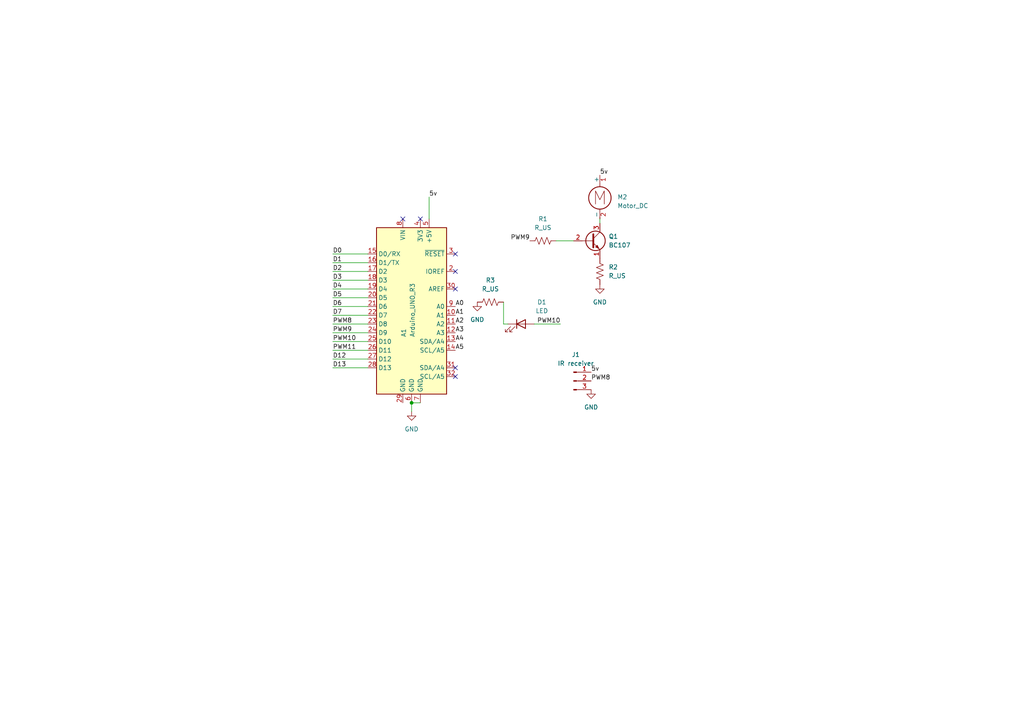
<source format=kicad_sch>
(kicad_sch
	(version 20250114)
	(generator "eeschema")
	(generator_version "9.0")
	(uuid "45faa4b6-6e0b-40c5-add5-d856cae8e335")
	(paper "A4")
	(lib_symbols
		(symbol "Connector:Conn_01x03_Pin"
			(pin_names
				(offset 1.016)
				(hide yes)
			)
			(exclude_from_sim no)
			(in_bom yes)
			(on_board yes)
			(property "Reference" "J"
				(at 0 5.08 0)
				(effects
					(font
						(size 1.27 1.27)
					)
				)
			)
			(property "Value" "Conn_01x03_Pin"
				(at 0 -5.08 0)
				(effects
					(font
						(size 1.27 1.27)
					)
				)
			)
			(property "Footprint" ""
				(at 0 0 0)
				(effects
					(font
						(size 1.27 1.27)
					)
					(hide yes)
				)
			)
			(property "Datasheet" "~"
				(at 0 0 0)
				(effects
					(font
						(size 1.27 1.27)
					)
					(hide yes)
				)
			)
			(property "Description" "Generic connector, single row, 01x03, script generated"
				(at 0 0 0)
				(effects
					(font
						(size 1.27 1.27)
					)
					(hide yes)
				)
			)
			(property "ki_locked" ""
				(at 0 0 0)
				(effects
					(font
						(size 1.27 1.27)
					)
				)
			)
			(property "ki_keywords" "connector"
				(at 0 0 0)
				(effects
					(font
						(size 1.27 1.27)
					)
					(hide yes)
				)
			)
			(property "ki_fp_filters" "Connector*:*_1x??_*"
				(at 0 0 0)
				(effects
					(font
						(size 1.27 1.27)
					)
					(hide yes)
				)
			)
			(symbol "Conn_01x03_Pin_1_1"
				(rectangle
					(start 0.8636 2.667)
					(end 0 2.413)
					(stroke
						(width 0.1524)
						(type default)
					)
					(fill
						(type outline)
					)
				)
				(rectangle
					(start 0.8636 0.127)
					(end 0 -0.127)
					(stroke
						(width 0.1524)
						(type default)
					)
					(fill
						(type outline)
					)
				)
				(rectangle
					(start 0.8636 -2.413)
					(end 0 -2.667)
					(stroke
						(width 0.1524)
						(type default)
					)
					(fill
						(type outline)
					)
				)
				(polyline
					(pts
						(xy 1.27 2.54) (xy 0.8636 2.54)
					)
					(stroke
						(width 0.1524)
						(type default)
					)
					(fill
						(type none)
					)
				)
				(polyline
					(pts
						(xy 1.27 0) (xy 0.8636 0)
					)
					(stroke
						(width 0.1524)
						(type default)
					)
					(fill
						(type none)
					)
				)
				(polyline
					(pts
						(xy 1.27 -2.54) (xy 0.8636 -2.54)
					)
					(stroke
						(width 0.1524)
						(type default)
					)
					(fill
						(type none)
					)
				)
				(pin passive line
					(at 5.08 2.54 180)
					(length 3.81)
					(name "Pin_1"
						(effects
							(font
								(size 1.27 1.27)
							)
						)
					)
					(number "1"
						(effects
							(font
								(size 1.27 1.27)
							)
						)
					)
				)
				(pin passive line
					(at 5.08 0 180)
					(length 3.81)
					(name "Pin_2"
						(effects
							(font
								(size 1.27 1.27)
							)
						)
					)
					(number "2"
						(effects
							(font
								(size 1.27 1.27)
							)
						)
					)
				)
				(pin passive line
					(at 5.08 -2.54 180)
					(length 3.81)
					(name "Pin_3"
						(effects
							(font
								(size 1.27 1.27)
							)
						)
					)
					(number "3"
						(effects
							(font
								(size 1.27 1.27)
							)
						)
					)
				)
			)
			(embedded_fonts no)
		)
		(symbol "Device:LED"
			(pin_numbers
				(hide yes)
			)
			(pin_names
				(offset 1.016)
				(hide yes)
			)
			(exclude_from_sim no)
			(in_bom yes)
			(on_board yes)
			(property "Reference" "D"
				(at 0 2.54 0)
				(effects
					(font
						(size 1.27 1.27)
					)
				)
			)
			(property "Value" "LED"
				(at 0 -2.54 0)
				(effects
					(font
						(size 1.27 1.27)
					)
				)
			)
			(property "Footprint" ""
				(at 0 0 0)
				(effects
					(font
						(size 1.27 1.27)
					)
					(hide yes)
				)
			)
			(property "Datasheet" "~"
				(at 0 0 0)
				(effects
					(font
						(size 1.27 1.27)
					)
					(hide yes)
				)
			)
			(property "Description" "Light emitting diode"
				(at 0 0 0)
				(effects
					(font
						(size 1.27 1.27)
					)
					(hide yes)
				)
			)
			(property "Sim.Pins" "1=K 2=A"
				(at 0 0 0)
				(effects
					(font
						(size 1.27 1.27)
					)
					(hide yes)
				)
			)
			(property "ki_keywords" "LED diode"
				(at 0 0 0)
				(effects
					(font
						(size 1.27 1.27)
					)
					(hide yes)
				)
			)
			(property "ki_fp_filters" "LED* LED_SMD:* LED_THT:*"
				(at 0 0 0)
				(effects
					(font
						(size 1.27 1.27)
					)
					(hide yes)
				)
			)
			(symbol "LED_0_1"
				(polyline
					(pts
						(xy -3.048 -0.762) (xy -4.572 -2.286) (xy -3.81 -2.286) (xy -4.572 -2.286) (xy -4.572 -1.524)
					)
					(stroke
						(width 0)
						(type default)
					)
					(fill
						(type none)
					)
				)
				(polyline
					(pts
						(xy -1.778 -0.762) (xy -3.302 -2.286) (xy -2.54 -2.286) (xy -3.302 -2.286) (xy -3.302 -1.524)
					)
					(stroke
						(width 0)
						(type default)
					)
					(fill
						(type none)
					)
				)
				(polyline
					(pts
						(xy -1.27 0) (xy 1.27 0)
					)
					(stroke
						(width 0)
						(type default)
					)
					(fill
						(type none)
					)
				)
				(polyline
					(pts
						(xy -1.27 -1.27) (xy -1.27 1.27)
					)
					(stroke
						(width 0.254)
						(type default)
					)
					(fill
						(type none)
					)
				)
				(polyline
					(pts
						(xy 1.27 -1.27) (xy 1.27 1.27) (xy -1.27 0) (xy 1.27 -1.27)
					)
					(stroke
						(width 0.254)
						(type default)
					)
					(fill
						(type none)
					)
				)
			)
			(symbol "LED_1_1"
				(pin passive line
					(at -3.81 0 0)
					(length 2.54)
					(name "K"
						(effects
							(font
								(size 1.27 1.27)
							)
						)
					)
					(number "1"
						(effects
							(font
								(size 1.27 1.27)
							)
						)
					)
				)
				(pin passive line
					(at 3.81 0 180)
					(length 2.54)
					(name "A"
						(effects
							(font
								(size 1.27 1.27)
							)
						)
					)
					(number "2"
						(effects
							(font
								(size 1.27 1.27)
							)
						)
					)
				)
			)
			(embedded_fonts no)
		)
		(symbol "Device:R_US"
			(pin_numbers
				(hide yes)
			)
			(pin_names
				(offset 0)
			)
			(exclude_from_sim no)
			(in_bom yes)
			(on_board yes)
			(property "Reference" "R"
				(at 2.54 0 90)
				(effects
					(font
						(size 1.27 1.27)
					)
				)
			)
			(property "Value" "R_US"
				(at -2.54 0 90)
				(effects
					(font
						(size 1.27 1.27)
					)
				)
			)
			(property "Footprint" ""
				(at 1.016 -0.254 90)
				(effects
					(font
						(size 1.27 1.27)
					)
					(hide yes)
				)
			)
			(property "Datasheet" "~"
				(at 0 0 0)
				(effects
					(font
						(size 1.27 1.27)
					)
					(hide yes)
				)
			)
			(property "Description" "Resistor, US symbol"
				(at 0 0 0)
				(effects
					(font
						(size 1.27 1.27)
					)
					(hide yes)
				)
			)
			(property "ki_keywords" "R res resistor"
				(at 0 0 0)
				(effects
					(font
						(size 1.27 1.27)
					)
					(hide yes)
				)
			)
			(property "ki_fp_filters" "R_*"
				(at 0 0 0)
				(effects
					(font
						(size 1.27 1.27)
					)
					(hide yes)
				)
			)
			(symbol "R_US_0_1"
				(polyline
					(pts
						(xy 0 2.286) (xy 0 2.54)
					)
					(stroke
						(width 0)
						(type default)
					)
					(fill
						(type none)
					)
				)
				(polyline
					(pts
						(xy 0 2.286) (xy 1.016 1.905) (xy 0 1.524) (xy -1.016 1.143) (xy 0 0.762)
					)
					(stroke
						(width 0)
						(type default)
					)
					(fill
						(type none)
					)
				)
				(polyline
					(pts
						(xy 0 0.762) (xy 1.016 0.381) (xy 0 0) (xy -1.016 -0.381) (xy 0 -0.762)
					)
					(stroke
						(width 0)
						(type default)
					)
					(fill
						(type none)
					)
				)
				(polyline
					(pts
						(xy 0 -0.762) (xy 1.016 -1.143) (xy 0 -1.524) (xy -1.016 -1.905) (xy 0 -2.286)
					)
					(stroke
						(width 0)
						(type default)
					)
					(fill
						(type none)
					)
				)
				(polyline
					(pts
						(xy 0 -2.286) (xy 0 -2.54)
					)
					(stroke
						(width 0)
						(type default)
					)
					(fill
						(type none)
					)
				)
			)
			(symbol "R_US_1_1"
				(pin passive line
					(at 0 3.81 270)
					(length 1.27)
					(name "~"
						(effects
							(font
								(size 1.27 1.27)
							)
						)
					)
					(number "1"
						(effects
							(font
								(size 1.27 1.27)
							)
						)
					)
				)
				(pin passive line
					(at 0 -3.81 90)
					(length 1.27)
					(name "~"
						(effects
							(font
								(size 1.27 1.27)
							)
						)
					)
					(number "2"
						(effects
							(font
								(size 1.27 1.27)
							)
						)
					)
				)
			)
			(embedded_fonts no)
		)
		(symbol "MCU_Module:Arduino_UNO_R3"
			(exclude_from_sim no)
			(in_bom yes)
			(on_board yes)
			(property "Reference" "A"
				(at -10.16 23.495 0)
				(effects
					(font
						(size 1.27 1.27)
					)
					(justify left bottom)
				)
			)
			(property "Value" "Arduino_UNO_R3"
				(at 5.08 -26.67 0)
				(effects
					(font
						(size 1.27 1.27)
					)
					(justify left top)
				)
			)
			(property "Footprint" "Module:Arduino_UNO_R3"
				(at 0 0 0)
				(effects
					(font
						(size 1.27 1.27)
						(italic yes)
					)
					(hide yes)
				)
			)
			(property "Datasheet" "https://www.arduino.cc/en/Main/arduinoBoardUno"
				(at 0 0 0)
				(effects
					(font
						(size 1.27 1.27)
					)
					(hide yes)
				)
			)
			(property "Description" "Arduino UNO Microcontroller Module, release 3"
				(at 0 0 0)
				(effects
					(font
						(size 1.27 1.27)
					)
					(hide yes)
				)
			)
			(property "ki_keywords" "Arduino UNO R3 Microcontroller Module Atmel AVR USB"
				(at 0 0 0)
				(effects
					(font
						(size 1.27 1.27)
					)
					(hide yes)
				)
			)
			(property "ki_fp_filters" "Arduino*UNO*R3*"
				(at 0 0 0)
				(effects
					(font
						(size 1.27 1.27)
					)
					(hide yes)
				)
			)
			(symbol "Arduino_UNO_R3_0_1"
				(rectangle
					(start -10.16 22.86)
					(end 10.16 -25.4)
					(stroke
						(width 0.254)
						(type default)
					)
					(fill
						(type background)
					)
				)
			)
			(symbol "Arduino_UNO_R3_1_1"
				(pin bidirectional line
					(at -12.7 15.24 0)
					(length 2.54)
					(name "D0/RX"
						(effects
							(font
								(size 1.27 1.27)
							)
						)
					)
					(number "15"
						(effects
							(font
								(size 1.27 1.27)
							)
						)
					)
				)
				(pin bidirectional line
					(at -12.7 12.7 0)
					(length 2.54)
					(name "D1/TX"
						(effects
							(font
								(size 1.27 1.27)
							)
						)
					)
					(number "16"
						(effects
							(font
								(size 1.27 1.27)
							)
						)
					)
				)
				(pin bidirectional line
					(at -12.7 10.16 0)
					(length 2.54)
					(name "D2"
						(effects
							(font
								(size 1.27 1.27)
							)
						)
					)
					(number "17"
						(effects
							(font
								(size 1.27 1.27)
							)
						)
					)
				)
				(pin bidirectional line
					(at -12.7 7.62 0)
					(length 2.54)
					(name "D3"
						(effects
							(font
								(size 1.27 1.27)
							)
						)
					)
					(number "18"
						(effects
							(font
								(size 1.27 1.27)
							)
						)
					)
				)
				(pin bidirectional line
					(at -12.7 5.08 0)
					(length 2.54)
					(name "D4"
						(effects
							(font
								(size 1.27 1.27)
							)
						)
					)
					(number "19"
						(effects
							(font
								(size 1.27 1.27)
							)
						)
					)
				)
				(pin bidirectional line
					(at -12.7 2.54 0)
					(length 2.54)
					(name "D5"
						(effects
							(font
								(size 1.27 1.27)
							)
						)
					)
					(number "20"
						(effects
							(font
								(size 1.27 1.27)
							)
						)
					)
				)
				(pin bidirectional line
					(at -12.7 0 0)
					(length 2.54)
					(name "D6"
						(effects
							(font
								(size 1.27 1.27)
							)
						)
					)
					(number "21"
						(effects
							(font
								(size 1.27 1.27)
							)
						)
					)
				)
				(pin bidirectional line
					(at -12.7 -2.54 0)
					(length 2.54)
					(name "D7"
						(effects
							(font
								(size 1.27 1.27)
							)
						)
					)
					(number "22"
						(effects
							(font
								(size 1.27 1.27)
							)
						)
					)
				)
				(pin bidirectional line
					(at -12.7 -5.08 0)
					(length 2.54)
					(name "D8"
						(effects
							(font
								(size 1.27 1.27)
							)
						)
					)
					(number "23"
						(effects
							(font
								(size 1.27 1.27)
							)
						)
					)
				)
				(pin bidirectional line
					(at -12.7 -7.62 0)
					(length 2.54)
					(name "D9"
						(effects
							(font
								(size 1.27 1.27)
							)
						)
					)
					(number "24"
						(effects
							(font
								(size 1.27 1.27)
							)
						)
					)
				)
				(pin bidirectional line
					(at -12.7 -10.16 0)
					(length 2.54)
					(name "D10"
						(effects
							(font
								(size 1.27 1.27)
							)
						)
					)
					(number "25"
						(effects
							(font
								(size 1.27 1.27)
							)
						)
					)
				)
				(pin bidirectional line
					(at -12.7 -12.7 0)
					(length 2.54)
					(name "D11"
						(effects
							(font
								(size 1.27 1.27)
							)
						)
					)
					(number "26"
						(effects
							(font
								(size 1.27 1.27)
							)
						)
					)
				)
				(pin bidirectional line
					(at -12.7 -15.24 0)
					(length 2.54)
					(name "D12"
						(effects
							(font
								(size 1.27 1.27)
							)
						)
					)
					(number "27"
						(effects
							(font
								(size 1.27 1.27)
							)
						)
					)
				)
				(pin bidirectional line
					(at -12.7 -17.78 0)
					(length 2.54)
					(name "D13"
						(effects
							(font
								(size 1.27 1.27)
							)
						)
					)
					(number "28"
						(effects
							(font
								(size 1.27 1.27)
							)
						)
					)
				)
				(pin no_connect line
					(at -10.16 -20.32 0)
					(length 2.54)
					(hide yes)
					(name "NC"
						(effects
							(font
								(size 1.27 1.27)
							)
						)
					)
					(number "1"
						(effects
							(font
								(size 1.27 1.27)
							)
						)
					)
				)
				(pin power_in line
					(at -2.54 25.4 270)
					(length 2.54)
					(name "VIN"
						(effects
							(font
								(size 1.27 1.27)
							)
						)
					)
					(number "8"
						(effects
							(font
								(size 1.27 1.27)
							)
						)
					)
				)
				(pin power_in line
					(at -2.54 -27.94 90)
					(length 2.54)
					(name "GND"
						(effects
							(font
								(size 1.27 1.27)
							)
						)
					)
					(number "29"
						(effects
							(font
								(size 1.27 1.27)
							)
						)
					)
				)
				(pin power_in line
					(at 0 -27.94 90)
					(length 2.54)
					(name "GND"
						(effects
							(font
								(size 1.27 1.27)
							)
						)
					)
					(number "6"
						(effects
							(font
								(size 1.27 1.27)
							)
						)
					)
				)
				(pin power_out line
					(at 2.54 25.4 270)
					(length 2.54)
					(name "3V3"
						(effects
							(font
								(size 1.27 1.27)
							)
						)
					)
					(number "4"
						(effects
							(font
								(size 1.27 1.27)
							)
						)
					)
				)
				(pin power_in line
					(at 2.54 -27.94 90)
					(length 2.54)
					(name "GND"
						(effects
							(font
								(size 1.27 1.27)
							)
						)
					)
					(number "7"
						(effects
							(font
								(size 1.27 1.27)
							)
						)
					)
				)
				(pin power_out line
					(at 5.08 25.4 270)
					(length 2.54)
					(name "+5V"
						(effects
							(font
								(size 1.27 1.27)
							)
						)
					)
					(number "5"
						(effects
							(font
								(size 1.27 1.27)
							)
						)
					)
				)
				(pin input line
					(at 12.7 15.24 180)
					(length 2.54)
					(name "~{RESET}"
						(effects
							(font
								(size 1.27 1.27)
							)
						)
					)
					(number "3"
						(effects
							(font
								(size 1.27 1.27)
							)
						)
					)
				)
				(pin output line
					(at 12.7 10.16 180)
					(length 2.54)
					(name "IOREF"
						(effects
							(font
								(size 1.27 1.27)
							)
						)
					)
					(number "2"
						(effects
							(font
								(size 1.27 1.27)
							)
						)
					)
				)
				(pin input line
					(at 12.7 5.08 180)
					(length 2.54)
					(name "AREF"
						(effects
							(font
								(size 1.27 1.27)
							)
						)
					)
					(number "30"
						(effects
							(font
								(size 1.27 1.27)
							)
						)
					)
				)
				(pin bidirectional line
					(at 12.7 0 180)
					(length 2.54)
					(name "A0"
						(effects
							(font
								(size 1.27 1.27)
							)
						)
					)
					(number "9"
						(effects
							(font
								(size 1.27 1.27)
							)
						)
					)
				)
				(pin bidirectional line
					(at 12.7 -2.54 180)
					(length 2.54)
					(name "A1"
						(effects
							(font
								(size 1.27 1.27)
							)
						)
					)
					(number "10"
						(effects
							(font
								(size 1.27 1.27)
							)
						)
					)
				)
				(pin bidirectional line
					(at 12.7 -5.08 180)
					(length 2.54)
					(name "A2"
						(effects
							(font
								(size 1.27 1.27)
							)
						)
					)
					(number "11"
						(effects
							(font
								(size 1.27 1.27)
							)
						)
					)
				)
				(pin bidirectional line
					(at 12.7 -7.62 180)
					(length 2.54)
					(name "A3"
						(effects
							(font
								(size 1.27 1.27)
							)
						)
					)
					(number "12"
						(effects
							(font
								(size 1.27 1.27)
							)
						)
					)
				)
				(pin bidirectional line
					(at 12.7 -10.16 180)
					(length 2.54)
					(name "SDA/A4"
						(effects
							(font
								(size 1.27 1.27)
							)
						)
					)
					(number "13"
						(effects
							(font
								(size 1.27 1.27)
							)
						)
					)
				)
				(pin bidirectional line
					(at 12.7 -12.7 180)
					(length 2.54)
					(name "SCL/A5"
						(effects
							(font
								(size 1.27 1.27)
							)
						)
					)
					(number "14"
						(effects
							(font
								(size 1.27 1.27)
							)
						)
					)
				)
				(pin bidirectional line
					(at 12.7 -17.78 180)
					(length 2.54)
					(name "SDA/A4"
						(effects
							(font
								(size 1.27 1.27)
							)
						)
					)
					(number "31"
						(effects
							(font
								(size 1.27 1.27)
							)
						)
					)
				)
				(pin bidirectional line
					(at 12.7 -20.32 180)
					(length 2.54)
					(name "SCL/A5"
						(effects
							(font
								(size 1.27 1.27)
							)
						)
					)
					(number "32"
						(effects
							(font
								(size 1.27 1.27)
							)
						)
					)
				)
			)
			(embedded_fonts no)
		)
		(symbol "Motor:Motor_DC"
			(pin_names
				(offset 0)
			)
			(exclude_from_sim no)
			(in_bom yes)
			(on_board yes)
			(property "Reference" "M"
				(at 2.54 2.54 0)
				(effects
					(font
						(size 1.27 1.27)
					)
					(justify left)
				)
			)
			(property "Value" "Motor_DC"
				(at 2.54 -5.08 0)
				(effects
					(font
						(size 1.27 1.27)
					)
					(justify left top)
				)
			)
			(property "Footprint" ""
				(at 0 -2.286 0)
				(effects
					(font
						(size 1.27 1.27)
					)
					(hide yes)
				)
			)
			(property "Datasheet" "~"
				(at 0 -2.286 0)
				(effects
					(font
						(size 1.27 1.27)
					)
					(hide yes)
				)
			)
			(property "Description" "DC Motor"
				(at 0 0 0)
				(effects
					(font
						(size 1.27 1.27)
					)
					(hide yes)
				)
			)
			(property "ki_keywords" "DC Motor"
				(at 0 0 0)
				(effects
					(font
						(size 1.27 1.27)
					)
					(hide yes)
				)
			)
			(property "ki_fp_filters" "PinHeader*P2.54mm* TerminalBlock*"
				(at 0 0 0)
				(effects
					(font
						(size 1.27 1.27)
					)
					(hide yes)
				)
			)
			(symbol "Motor_DC_0_0"
				(polyline
					(pts
						(xy -1.27 -3.302) (xy -1.27 0.508) (xy 0 -2.032) (xy 1.27 0.508) (xy 1.27 -3.302)
					)
					(stroke
						(width 0)
						(type default)
					)
					(fill
						(type none)
					)
				)
			)
			(symbol "Motor_DC_0_1"
				(polyline
					(pts
						(xy 0 2.032) (xy 0 2.54)
					)
					(stroke
						(width 0)
						(type default)
					)
					(fill
						(type none)
					)
				)
				(polyline
					(pts
						(xy 0 1.7272) (xy 0 2.0828)
					)
					(stroke
						(width 0)
						(type default)
					)
					(fill
						(type none)
					)
				)
				(circle
					(center 0 -1.524)
					(radius 3.2512)
					(stroke
						(width 0.254)
						(type default)
					)
					(fill
						(type none)
					)
				)
				(polyline
					(pts
						(xy 0 -4.7752) (xy 0 -5.1816)
					)
					(stroke
						(width 0)
						(type default)
					)
					(fill
						(type none)
					)
				)
				(polyline
					(pts
						(xy 0 -7.62) (xy 0 -7.112)
					)
					(stroke
						(width 0)
						(type default)
					)
					(fill
						(type none)
					)
				)
			)
			(symbol "Motor_DC_1_1"
				(pin passive line
					(at 0 5.08 270)
					(length 2.54)
					(name "+"
						(effects
							(font
								(size 1.27 1.27)
							)
						)
					)
					(number "1"
						(effects
							(font
								(size 1.27 1.27)
							)
						)
					)
				)
				(pin passive line
					(at 0 -7.62 90)
					(length 2.54)
					(name "-"
						(effects
							(font
								(size 1.27 1.27)
							)
						)
					)
					(number "2"
						(effects
							(font
								(size 1.27 1.27)
							)
						)
					)
				)
			)
			(embedded_fonts no)
		)
		(symbol "Transistor_BJT:BC107"
			(pin_names
				(offset 0)
				(hide yes)
			)
			(exclude_from_sim no)
			(in_bom yes)
			(on_board yes)
			(property "Reference" "Q"
				(at 5.08 1.905 0)
				(effects
					(font
						(size 1.27 1.27)
					)
					(justify left)
				)
			)
			(property "Value" "BC107"
				(at 5.08 0 0)
				(effects
					(font
						(size 1.27 1.27)
					)
					(justify left)
				)
			)
			(property "Footprint" "Package_TO_SOT_THT:TO-18-3"
				(at 5.08 -1.905 0)
				(effects
					(font
						(size 1.27 1.27)
						(italic yes)
					)
					(justify left)
					(hide yes)
				)
			)
			(property "Datasheet" "http://www.b-kainka.de/Daten/Transistor/BC108.pdf"
				(at 0 0 0)
				(effects
					(font
						(size 1.27 1.27)
					)
					(justify left)
					(hide yes)
				)
			)
			(property "Description" "0.1A Ic, 50V Vce, Low Noise General Purpose NPN Transistor, TO-18"
				(at 0 0 0)
				(effects
					(font
						(size 1.27 1.27)
					)
					(hide yes)
				)
			)
			(property "ki_keywords" "NPN low noise transistor"
				(at 0 0 0)
				(effects
					(font
						(size 1.27 1.27)
					)
					(hide yes)
				)
			)
			(property "ki_fp_filters" "TO?18*"
				(at 0 0 0)
				(effects
					(font
						(size 1.27 1.27)
					)
					(hide yes)
				)
			)
			(symbol "BC107_0_1"
				(polyline
					(pts
						(xy -2.54 0) (xy 0.635 0)
					)
					(stroke
						(width 0)
						(type default)
					)
					(fill
						(type none)
					)
				)
				(polyline
					(pts
						(xy 0.635 1.905) (xy 0.635 -1.905)
					)
					(stroke
						(width 0.508)
						(type default)
					)
					(fill
						(type none)
					)
				)
				(circle
					(center 1.27 0)
					(radius 2.8194)
					(stroke
						(width 0.254)
						(type default)
					)
					(fill
						(type none)
					)
				)
			)
			(symbol "BC107_1_1"
				(polyline
					(pts
						(xy 0.635 0.635) (xy 2.54 2.54)
					)
					(stroke
						(width 0)
						(type default)
					)
					(fill
						(type none)
					)
				)
				(polyline
					(pts
						(xy 0.635 -0.635) (xy 2.54 -2.54)
					)
					(stroke
						(width 0)
						(type default)
					)
					(fill
						(type none)
					)
				)
				(polyline
					(pts
						(xy 1.27 -1.778) (xy 1.778 -1.27) (xy 2.286 -2.286) (xy 1.27 -1.778)
					)
					(stroke
						(width 0)
						(type default)
					)
					(fill
						(type outline)
					)
				)
				(pin input line
					(at -5.08 0 0)
					(length 2.54)
					(name "B"
						(effects
							(font
								(size 1.27 1.27)
							)
						)
					)
					(number "2"
						(effects
							(font
								(size 1.27 1.27)
							)
						)
					)
				)
				(pin passive line
					(at 2.54 5.08 270)
					(length 2.54)
					(name "C"
						(effects
							(font
								(size 1.27 1.27)
							)
						)
					)
					(number "3"
						(effects
							(font
								(size 1.27 1.27)
							)
						)
					)
				)
				(pin passive line
					(at 2.54 -5.08 90)
					(length 2.54)
					(name "E"
						(effects
							(font
								(size 1.27 1.27)
							)
						)
					)
					(number "1"
						(effects
							(font
								(size 1.27 1.27)
							)
						)
					)
				)
			)
			(embedded_fonts no)
		)
		(symbol "power:GND"
			(power)
			(pin_names
				(offset 0)
			)
			(exclude_from_sim no)
			(in_bom yes)
			(on_board yes)
			(property "Reference" "#PWR"
				(at 0 -6.35 0)
				(effects
					(font
						(size 1.27 1.27)
					)
					(hide yes)
				)
			)
			(property "Value" "GND"
				(at 0 -3.81 0)
				(effects
					(font
						(size 1.27 1.27)
					)
				)
			)
			(property "Footprint" ""
				(at 0 0 0)
				(effects
					(font
						(size 1.27 1.27)
					)
					(hide yes)
				)
			)
			(property "Datasheet" ""
				(at 0 0 0)
				(effects
					(font
						(size 1.27 1.27)
					)
					(hide yes)
				)
			)
			(property "Description" "Power symbol creates a global label with name \"GND\" , ground"
				(at 0 0 0)
				(effects
					(font
						(size 1.27 1.27)
					)
					(hide yes)
				)
			)
			(property "ki_keywords" "power-flag"
				(at 0 0 0)
				(effects
					(font
						(size 1.27 1.27)
					)
					(hide yes)
				)
			)
			(symbol "GND_0_1"
				(polyline
					(pts
						(xy 0 0) (xy 0 -1.27) (xy 1.27 -1.27) (xy 0 -2.54) (xy -1.27 -1.27) (xy 0 -1.27)
					)
					(stroke
						(width 0)
						(type default)
					)
					(fill
						(type none)
					)
				)
			)
			(symbol "GND_1_1"
				(pin power_in line
					(at 0 0 270)
					(length 0)
					(hide yes)
					(name "GND"
						(effects
							(font
								(size 1.27 1.27)
							)
						)
					)
					(number "1"
						(effects
							(font
								(size 1.27 1.27)
							)
						)
					)
				)
			)
			(embedded_fonts no)
		)
	)
	(junction
		(at 119.38 116.84)
		(diameter 0)
		(color 0 0 0 0)
		(uuid "7d97a3e1-d558-4292-a5d7-a9d7dab2d0a2")
	)
	(no_connect
		(at 132.08 78.74)
		(uuid "025be132-6819-4c3c-a36d-f88d27aa0e0d")
	)
	(no_connect
		(at 121.92 63.5)
		(uuid "17f41216-6e5f-47f8-8ad3-ab209c419128")
	)
	(no_connect
		(at 132.08 73.66)
		(uuid "2858be6b-c1be-44fd-b255-ef745a302c40")
	)
	(no_connect
		(at 132.08 109.22)
		(uuid "3c90c58a-0c3d-4d27-bc58-56da5cb961f7")
	)
	(no_connect
		(at 132.08 106.68)
		(uuid "6d4ba3d6-dbb4-483b-9ce6-f8df4065ea89")
	)
	(no_connect
		(at 132.08 83.82)
		(uuid "b345e789-b8fe-47e9-add5-af27cd30f7c8")
	)
	(no_connect
		(at 116.84 63.5)
		(uuid "f60b6f78-77ac-4873-b345-68e542823485")
	)
	(wire
		(pts
			(xy 161.29 69.85) (xy 166.37 69.85)
		)
		(stroke
			(width 0)
			(type default)
		)
		(uuid "05159778-9919-46d3-a755-2942fdf2719f")
	)
	(wire
		(pts
			(xy 124.46 57.15) (xy 124.46 63.5)
		)
		(stroke
			(width 0)
			(type default)
		)
		(uuid "1af8b8ae-6c12-448e-a5fb-33ff6bb8dfe9")
	)
	(wire
		(pts
			(xy 96.52 86.36) (xy 106.68 86.36)
		)
		(stroke
			(width 0)
			(type default)
		)
		(uuid "1e0c1910-934c-4b68-a8e3-6e2e7216ecda")
	)
	(wire
		(pts
			(xy 96.52 81.28) (xy 106.68 81.28)
		)
		(stroke
			(width 0)
			(type default)
		)
		(uuid "2572ee71-cb79-4710-b920-95c3efe510eb")
	)
	(wire
		(pts
			(xy 121.92 116.84) (xy 119.38 116.84)
		)
		(stroke
			(width 0)
			(type default)
		)
		(uuid "2cda6a22-7960-462d-b7f4-b7b36910441e")
	)
	(wire
		(pts
			(xy 119.38 116.84) (xy 119.38 119.38)
		)
		(stroke
			(width 0)
			(type default)
		)
		(uuid "3134744f-e7bc-4978-8b6f-e95fad74e5c9")
	)
	(wire
		(pts
			(xy 96.52 88.9) (xy 106.68 88.9)
		)
		(stroke
			(width 0)
			(type default)
		)
		(uuid "3ea32262-48c9-4880-a6da-04e4d8d726b5")
	)
	(wire
		(pts
			(xy 173.99 64.77) (xy 173.99 63.5)
		)
		(stroke
			(width 0)
			(type default)
		)
		(uuid "3fdf66cb-7d90-4789-ada7-806e12637a54")
	)
	(wire
		(pts
			(xy 96.52 104.14) (xy 106.68 104.14)
		)
		(stroke
			(width 0)
			(type default)
		)
		(uuid "49322968-50d5-4b4f-98d2-c3511104a94e")
	)
	(wire
		(pts
			(xy 96.52 93.98) (xy 106.68 93.98)
		)
		(stroke
			(width 0)
			(type default)
		)
		(uuid "4f524703-7203-4382-be01-e0c15ea79612")
	)
	(wire
		(pts
			(xy 146.05 87.63) (xy 146.05 93.98)
		)
		(stroke
			(width 0)
			(type default)
		)
		(uuid "5160fa85-2955-47a8-81a5-c7fe93cf0604")
	)
	(wire
		(pts
			(xy 162.56 93.98) (xy 154.94 93.98)
		)
		(stroke
			(width 0)
			(type default)
		)
		(uuid "56493a13-e9fa-4c00-a1a7-3989df6e8475")
	)
	(wire
		(pts
			(xy 96.52 78.74) (xy 106.68 78.74)
		)
		(stroke
			(width 0)
			(type default)
		)
		(uuid "5d7e804e-67d0-4b7a-825e-83a3a2b61e53")
	)
	(wire
		(pts
			(xy 96.52 106.68) (xy 106.68 106.68)
		)
		(stroke
			(width 0)
			(type default)
		)
		(uuid "79e9994b-2bb4-4a03-8fe1-8cc12b5a454a")
	)
	(wire
		(pts
			(xy 96.52 76.2) (xy 106.68 76.2)
		)
		(stroke
			(width 0)
			(type default)
		)
		(uuid "894ac69a-b3eb-4efc-af7f-33add8e06775")
	)
	(wire
		(pts
			(xy 96.52 73.66) (xy 106.68 73.66)
		)
		(stroke
			(width 0)
			(type default)
		)
		(uuid "997bba2c-ab58-455b-94b8-3b703d2bcb27")
	)
	(wire
		(pts
			(xy 96.52 101.6) (xy 106.68 101.6)
		)
		(stroke
			(width 0)
			(type default)
		)
		(uuid "a05ffd0b-d887-473b-8962-535361f06aaa")
	)
	(wire
		(pts
			(xy 146.05 93.98) (xy 147.32 93.98)
		)
		(stroke
			(width 0)
			(type default)
		)
		(uuid "ab62d964-fbae-4de1-bba2-d18197e52a2f")
	)
	(wire
		(pts
			(xy 96.52 99.06) (xy 106.68 99.06)
		)
		(stroke
			(width 0)
			(type default)
		)
		(uuid "c842e035-a788-4378-8f12-30704f290eb4")
	)
	(wire
		(pts
			(xy 96.52 91.44) (xy 106.68 91.44)
		)
		(stroke
			(width 0)
			(type default)
		)
		(uuid "d6035e60-fec6-4e50-941c-aa0aa8f34ec9")
	)
	(wire
		(pts
			(xy 96.52 96.52) (xy 106.68 96.52)
		)
		(stroke
			(width 0)
			(type default)
		)
		(uuid "d93feaa4-72df-4dcd-b268-5d2e6d1a1e79")
	)
	(wire
		(pts
			(xy 96.52 83.82) (xy 106.68 83.82)
		)
		(stroke
			(width 0)
			(type default)
		)
		(uuid "ff1e0c07-020c-4332-b04f-787958cceb2d")
	)
	(label "D12"
		(at 96.52 104.14 0)
		(effects
			(font
				(size 1.27 1.27)
			)
			(justify left bottom)
		)
		(uuid "24aba027-64d2-419c-93d8-1b5ea0c191ac")
	)
	(label "5v"
		(at 124.46 57.15 0)
		(effects
			(font
				(size 1.27 1.27)
			)
			(justify left bottom)
		)
		(uuid "287b810a-ea4c-4eb6-ba57-e08375d36984")
	)
	(label "D1"
		(at 96.52 76.2 0)
		(effects
			(font
				(size 1.27 1.27)
			)
			(justify left bottom)
		)
		(uuid "2fd9a49e-855b-4b1e-ac8c-2f97fe94f9bc")
	)
	(label "A4"
		(at 132.08 99.06 0)
		(effects
			(font
				(size 1.27 1.27)
			)
			(justify left bottom)
		)
		(uuid "369cc87f-863e-453d-bf85-6e6ca351ab0e")
	)
	(label "D0"
		(at 96.52 73.66 0)
		(effects
			(font
				(size 1.27 1.27)
			)
			(justify left bottom)
		)
		(uuid "3e6b7825-3811-4d1a-a6b4-94bb15de6bbf")
	)
	(label "D6"
		(at 96.52 88.9 0)
		(effects
			(font
				(size 1.27 1.27)
			)
			(justify left bottom)
		)
		(uuid "4fe9fb5f-c394-4cb3-8c4a-e20feba44284")
	)
	(label "PWM11"
		(at 96.52 101.6 0)
		(effects
			(font
				(size 1.27 1.27)
			)
			(justify left bottom)
		)
		(uuid "5660591a-881c-45f5-a0ab-43952252c786")
	)
	(label "D2"
		(at 96.52 78.74 0)
		(effects
			(font
				(size 1.27 1.27)
			)
			(justify left bottom)
		)
		(uuid "62d21cc2-f015-45fe-8f82-dd4af9d05034")
	)
	(label "D7"
		(at 96.52 91.44 0)
		(effects
			(font
				(size 1.27 1.27)
			)
			(justify left bottom)
		)
		(uuid "80dae625-1cb7-4b62-8b6f-7e00b91d164a")
	)
	(label "5v"
		(at 173.99 50.8 0)
		(effects
			(font
				(size 1.27 1.27)
			)
			(justify left bottom)
		)
		(uuid "85b06eb1-c419-4ee8-b592-88fc4170d595")
	)
	(label "PWM10"
		(at 96.52 99.06 0)
		(effects
			(font
				(size 1.27 1.27)
			)
			(justify left bottom)
		)
		(uuid "8d39b98f-5628-44a2-a9c8-8a9b99df45cb")
	)
	(label "PWM9"
		(at 153.67 69.85 180)
		(effects
			(font
				(size 1.27 1.27)
			)
			(justify right bottom)
		)
		(uuid "8f787406-29ab-4cdb-86fe-0c874e156223")
	)
	(label "A5"
		(at 132.08 101.6 0)
		(effects
			(font
				(size 1.27 1.27)
			)
			(justify left bottom)
		)
		(uuid "91582d8d-2720-46cc-9cf8-3233df58f001")
	)
	(label "A0"
		(at 132.08 88.9 0)
		(effects
			(font
				(size 1.27 1.27)
			)
			(justify left bottom)
		)
		(uuid "990afb2d-faa5-4af3-8b67-0c82f497514e")
	)
	(label "A1"
		(at 132.08 91.44 0)
		(effects
			(font
				(size 1.27 1.27)
			)
			(justify left bottom)
		)
		(uuid "b4ad5e22-127f-4968-8a83-354d502d4512")
	)
	(label "A2"
		(at 132.08 93.98 0)
		(effects
			(font
				(size 1.27 1.27)
			)
			(justify left bottom)
		)
		(uuid "b83ea7d8-5290-4a3e-b3dc-68602a7a8493")
	)
	(label "D4"
		(at 96.52 83.82 0)
		(effects
			(font
				(size 1.27 1.27)
			)
			(justify left bottom)
		)
		(uuid "c586e8d0-7260-43af-8ea6-a913d98397f7")
	)
	(label "D5"
		(at 96.52 86.36 0)
		(effects
			(font
				(size 1.27 1.27)
			)
			(justify left bottom)
		)
		(uuid "c6114edd-ce7c-4738-844e-9e5494c37402")
	)
	(label "5v"
		(at 171.45 107.95 0)
		(effects
			(font
				(size 1.27 1.27)
			)
			(justify left bottom)
		)
		(uuid "c9125365-b8f8-4387-853b-ce78933df55c")
	)
	(label "A3"
		(at 132.08 96.52 0)
		(effects
			(font
				(size 1.27 1.27)
			)
			(justify left bottom)
		)
		(uuid "ca107958-83bf-48bf-b129-8b9243136ebe")
	)
	(label "PWM8"
		(at 96.52 93.98 0)
		(effects
			(font
				(size 1.27 1.27)
			)
			(justify left bottom)
		)
		(uuid "cdb1eccb-e89f-487e-a896-768e58fd5424")
	)
	(label "PWM10"
		(at 162.56 93.98 180)
		(effects
			(font
				(size 1.27 1.27)
			)
			(justify right bottom)
		)
		(uuid "dc00a26d-7902-4d59-9717-a1abb02caf8a")
	)
	(label "PWM8"
		(at 171.45 110.49 0)
		(effects
			(font
				(size 1.27 1.27)
			)
			(justify left bottom)
		)
		(uuid "e045861a-8704-44c3-9457-2f6894455889")
	)
	(label "D13"
		(at 96.52 106.68 0)
		(effects
			(font
				(size 1.27 1.27)
			)
			(justify left bottom)
		)
		(uuid "eb4a8583-075b-4669-bcbb-c51070a69505")
	)
	(label "D3"
		(at 96.52 81.28 0)
		(effects
			(font
				(size 1.27 1.27)
			)
			(justify left bottom)
		)
		(uuid "ebc76590-246f-473b-9f87-1c973e84883d")
	)
	(label "PWM9"
		(at 96.52 96.52 0)
		(effects
			(font
				(size 1.27 1.27)
			)
			(justify left bottom)
		)
		(uuid "f7bf86d7-00e0-4246-b43d-65080be4eb4b")
	)
	(symbol
		(lib_id "power:GND")
		(at 173.99 82.55 0)
		(unit 1)
		(exclude_from_sim no)
		(in_bom yes)
		(on_board yes)
		(dnp no)
		(fields_autoplaced yes)
		(uuid "08cf68dd-0a83-452b-93f4-1c7b29f04e9d")
		(property "Reference" "#PWR02"
			(at 173.99 88.9 0)
			(effects
				(font
					(size 1.27 1.27)
				)
				(hide yes)
			)
		)
		(property "Value" "GND"
			(at 173.99 87.63 0)
			(effects
				(font
					(size 1.27 1.27)
				)
			)
		)
		(property "Footprint" ""
			(at 173.99 82.55 0)
			(effects
				(font
					(size 1.27 1.27)
				)
				(hide yes)
			)
		)
		(property "Datasheet" ""
			(at 173.99 82.55 0)
			(effects
				(font
					(size 1.27 1.27)
				)
				(hide yes)
			)
		)
		(property "Description" ""
			(at 173.99 82.55 0)
			(effects
				(font
					(size 1.27 1.27)
				)
				(hide yes)
			)
		)
		(pin "1"
			(uuid "f578dfbb-6b05-45af-87c5-e1d38deb887d")
		)
		(instances
			(project "intern-shield"
				(path "/45faa4b6-6e0b-40c5-add5-d856cae8e335"
					(reference "#PWR02")
					(unit 1)
				)
			)
		)
	)
	(symbol
		(lib_id "Device:R_US")
		(at 142.24 87.63 90)
		(unit 1)
		(exclude_from_sim no)
		(in_bom yes)
		(on_board yes)
		(dnp no)
		(fields_autoplaced yes)
		(uuid "1ab4e48e-99ba-4f81-a358-d0cf035ef43e")
		(property "Reference" "R3"
			(at 142.24 81.28 90)
			(effects
				(font
					(size 1.27 1.27)
				)
			)
		)
		(property "Value" "R_US"
			(at 142.24 83.82 90)
			(effects
				(font
					(size 1.27 1.27)
				)
			)
		)
		(property "Footprint" "Resistor_THT:R_Axial_DIN0207_L6.3mm_D2.5mm_P10.16mm_Horizontal"
			(at 142.494 86.614 90)
			(effects
				(font
					(size 1.27 1.27)
				)
				(hide yes)
			)
		)
		(property "Datasheet" "~"
			(at 142.24 87.63 0)
			(effects
				(font
					(size 1.27 1.27)
				)
				(hide yes)
			)
		)
		(property "Description" "Resistor, US symbol"
			(at 142.24 87.63 0)
			(effects
				(font
					(size 1.27 1.27)
				)
				(hide yes)
			)
		)
		(pin "1"
			(uuid "85c5252f-31eb-4693-be27-c6c0e6632916")
		)
		(pin "2"
			(uuid "7748c7ea-c54f-4d7b-8dbb-5ba8a0c9f4bd")
		)
		(instances
			(project "intern-shield"
				(path "/45faa4b6-6e0b-40c5-add5-d856cae8e335"
					(reference "R3")
					(unit 1)
				)
			)
		)
	)
	(symbol
		(lib_id "Transistor_BJT:BC107")
		(at 171.45 69.85 0)
		(unit 1)
		(exclude_from_sim no)
		(in_bom yes)
		(on_board yes)
		(dnp no)
		(fields_autoplaced yes)
		(uuid "481e49d9-aab5-4dc9-9438-6f173145040e")
		(property "Reference" "Q1"
			(at 176.53 68.5799 0)
			(effects
				(font
					(size 1.27 1.27)
				)
				(justify left)
			)
		)
		(property "Value" "BC107"
			(at 176.53 71.1199 0)
			(effects
				(font
					(size 1.27 1.27)
				)
				(justify left)
			)
		)
		(property "Footprint" "Package_TO_SOT_THT:TO-18-3"
			(at 176.53 71.755 0)
			(effects
				(font
					(size 1.27 1.27)
					(italic yes)
				)
				(justify left)
				(hide yes)
			)
		)
		(property "Datasheet" "http://www.b-kainka.de/Daten/Transistor/BC108.pdf"
			(at 171.45 69.85 0)
			(effects
				(font
					(size 1.27 1.27)
				)
				(justify left)
				(hide yes)
			)
		)
		(property "Description" "0.1A Ic, 50V Vce, Low Noise General Purpose NPN Transistor, TO-18"
			(at 171.45 69.85 0)
			(effects
				(font
					(size 1.27 1.27)
				)
				(hide yes)
			)
		)
		(pin "3"
			(uuid "9e4bb352-fb1e-4cc8-9faa-f4553ae3d026")
		)
		(pin "1"
			(uuid "6e11ced1-aa98-4d61-84ac-484002114022")
		)
		(pin "2"
			(uuid "a45b1c57-f2aa-4f69-ac5a-5fac61065fff")
		)
		(instances
			(project ""
				(path "/45faa4b6-6e0b-40c5-add5-d856cae8e335"
					(reference "Q1")
					(unit 1)
				)
			)
		)
	)
	(symbol
		(lib_id "power:GND")
		(at 119.38 119.38 0)
		(unit 1)
		(exclude_from_sim no)
		(in_bom yes)
		(on_board yes)
		(dnp no)
		(fields_autoplaced yes)
		(uuid "667352b8-a446-4c9c-8a34-026dffd9ca84")
		(property "Reference" "#PWR0103"
			(at 119.38 125.73 0)
			(effects
				(font
					(size 1.27 1.27)
				)
				(hide yes)
			)
		)
		(property "Value" "GND"
			(at 119.38 124.46 0)
			(effects
				(font
					(size 1.27 1.27)
				)
			)
		)
		(property "Footprint" ""
			(at 119.38 119.38 0)
			(effects
				(font
					(size 1.27 1.27)
				)
				(hide yes)
			)
		)
		(property "Datasheet" ""
			(at 119.38 119.38 0)
			(effects
				(font
					(size 1.27 1.27)
				)
				(hide yes)
			)
		)
		(property "Description" ""
			(at 119.38 119.38 0)
			(effects
				(font
					(size 1.27 1.27)
				)
				(hide yes)
			)
		)
		(pin "1"
			(uuid "1378073f-700a-4786-8269-3df08e3e5e15")
		)
		(instances
			(project ""
				(path "/45faa4b6-6e0b-40c5-add5-d856cae8e335"
					(reference "#PWR0103")
					(unit 1)
				)
			)
		)
	)
	(symbol
		(lib_id "power:GND")
		(at 138.43 87.63 0)
		(unit 1)
		(exclude_from_sim no)
		(in_bom yes)
		(on_board yes)
		(dnp no)
		(fields_autoplaced yes)
		(uuid "82095124-6300-4849-9685-b85586349b3b")
		(property "Reference" "#PWR03"
			(at 138.43 93.98 0)
			(effects
				(font
					(size 1.27 1.27)
				)
				(hide yes)
			)
		)
		(property "Value" "GND"
			(at 138.43 92.71 0)
			(effects
				(font
					(size 1.27 1.27)
				)
			)
		)
		(property "Footprint" ""
			(at 138.43 87.63 0)
			(effects
				(font
					(size 1.27 1.27)
				)
				(hide yes)
			)
		)
		(property "Datasheet" ""
			(at 138.43 87.63 0)
			(effects
				(font
					(size 1.27 1.27)
				)
				(hide yes)
			)
		)
		(property "Description" ""
			(at 138.43 87.63 0)
			(effects
				(font
					(size 1.27 1.27)
				)
				(hide yes)
			)
		)
		(pin "1"
			(uuid "5687e68a-fdea-4792-9085-2cc15bc41b92")
		)
		(instances
			(project "intern-shield"
				(path "/45faa4b6-6e0b-40c5-add5-d856cae8e335"
					(reference "#PWR03")
					(unit 1)
				)
			)
		)
	)
	(symbol
		(lib_id "Device:R_US")
		(at 173.99 78.74 180)
		(unit 1)
		(exclude_from_sim no)
		(in_bom yes)
		(on_board yes)
		(dnp no)
		(fields_autoplaced yes)
		(uuid "8e0d1a36-1710-42fe-932f-b8ee51972064")
		(property "Reference" "R2"
			(at 176.53 77.4699 0)
			(effects
				(font
					(size 1.27 1.27)
				)
				(justify right)
			)
		)
		(property "Value" "R_US"
			(at 176.53 80.0099 0)
			(effects
				(font
					(size 1.27 1.27)
				)
				(justify right)
			)
		)
		(property "Footprint" "Resistor_THT:R_Axial_DIN0207_L6.3mm_D2.5mm_P10.16mm_Horizontal"
			(at 172.974 78.486 90)
			(effects
				(font
					(size 1.27 1.27)
				)
				(hide yes)
			)
		)
		(property "Datasheet" "~"
			(at 173.99 78.74 0)
			(effects
				(font
					(size 1.27 1.27)
				)
				(hide yes)
			)
		)
		(property "Description" "Resistor, US symbol"
			(at 173.99 78.74 0)
			(effects
				(font
					(size 1.27 1.27)
				)
				(hide yes)
			)
		)
		(pin "1"
			(uuid "3b63f435-767c-4640-9895-248cfcd7f937")
		)
		(pin "2"
			(uuid "37e0cda1-8c5a-4231-946a-fdb8842abf6d")
		)
		(instances
			(project "intern-shield"
				(path "/45faa4b6-6e0b-40c5-add5-d856cae8e335"
					(reference "R2")
					(unit 1)
				)
			)
		)
	)
	(symbol
		(lib_id "Device:R_US")
		(at 157.48 69.85 90)
		(unit 1)
		(exclude_from_sim no)
		(in_bom yes)
		(on_board yes)
		(dnp no)
		(fields_autoplaced yes)
		(uuid "9ba770db-18af-4a15-ae46-e8ee356333bc")
		(property "Reference" "R1"
			(at 157.48 63.5 90)
			(effects
				(font
					(size 1.27 1.27)
				)
			)
		)
		(property "Value" "R_US"
			(at 157.48 66.04 90)
			(effects
				(font
					(size 1.27 1.27)
				)
			)
		)
		(property "Footprint" "Resistor_THT:R_Axial_DIN0207_L6.3mm_D2.5mm_P10.16mm_Horizontal"
			(at 157.734 68.834 90)
			(effects
				(font
					(size 1.27 1.27)
				)
				(hide yes)
			)
		)
		(property "Datasheet" "~"
			(at 157.48 69.85 0)
			(effects
				(font
					(size 1.27 1.27)
				)
				(hide yes)
			)
		)
		(property "Description" "Resistor, US symbol"
			(at 157.48 69.85 0)
			(effects
				(font
					(size 1.27 1.27)
				)
				(hide yes)
			)
		)
		(pin "1"
			(uuid "2b361898-24a8-4731-a3db-a6c217b2e878")
		)
		(pin "2"
			(uuid "cc192bb9-0d2a-49a1-b44d-7dc468c512fa")
		)
		(instances
			(project ""
				(path "/45faa4b6-6e0b-40c5-add5-d856cae8e335"
					(reference "R1")
					(unit 1)
				)
			)
		)
	)
	(symbol
		(lib_id "MCU_Module:Arduino_UNO_R3")
		(at 119.38 88.9 0)
		(unit 1)
		(exclude_from_sim no)
		(in_bom yes)
		(on_board yes)
		(dnp no)
		(uuid "9feff697-d7bd-4963-a691-5c540e00b5a5")
		(property "Reference" "A1"
			(at 117.094 97.79 90)
			(effects
				(font
					(size 1.27 1.27)
				)
				(justify left)
			)
		)
		(property "Value" "Arduino_UNO_R3"
			(at 119.634 97.79 90)
			(effects
				(font
					(size 1.27 1.27)
				)
				(justify left)
			)
		)
		(property "Footprint" "Module:Arduino_UNO_R3"
			(at 119.38 88.9 0)
			(effects
				(font
					(size 1.27 1.27)
					(italic yes)
				)
				(hide yes)
			)
		)
		(property "Datasheet" "https://www.arduino.cc/en/Main/arduinoBoardUno"
			(at 119.38 88.9 0)
			(effects
				(font
					(size 1.27 1.27)
				)
				(hide yes)
			)
		)
		(property "Description" ""
			(at 119.38 88.9 0)
			(effects
				(font
					(size 1.27 1.27)
				)
				(hide yes)
			)
		)
		(pin "1"
			(uuid "6455d504-716c-4c8e-9125-b8c3df76c175")
		)
		(pin "10"
			(uuid "9eabbd45-d88b-48fc-9efe-33f902b507e1")
		)
		(pin "11"
			(uuid "a0b39e65-da76-44f2-9144-54df01f521c0")
		)
		(pin "12"
			(uuid "cbae4607-e157-4a92-a757-a6671745a177")
		)
		(pin "13"
			(uuid "5f7fd166-ea19-48a9-a472-0887158d40c7")
		)
		(pin "14"
			(uuid "038acd6f-be3f-4609-8e65-5f14e5f065ce")
		)
		(pin "15"
			(uuid "e8dce7c0-b24c-4a34-a627-ac6256a11dd8")
		)
		(pin "16"
			(uuid "31abf8d0-8085-47bc-b43e-9f8c703133e5")
		)
		(pin "17"
			(uuid "926b5aed-fcdd-4fdc-a71a-05644c056808")
		)
		(pin "18"
			(uuid "dc21efec-32a3-44eb-9ca2-9d2edc09f244")
		)
		(pin "19"
			(uuid "42f82fef-f4cc-4bc4-905e-113293138389")
		)
		(pin "2"
			(uuid "d3774de5-7c68-452c-9345-892e7a6ff6f4")
		)
		(pin "20"
			(uuid "b0b6f7cd-6e8c-46dc-a1fc-cab36b7aecd9")
		)
		(pin "21"
			(uuid "ea4c4387-45b7-4d5e-a6f1-ed69ad0add37")
		)
		(pin "22"
			(uuid "ff2bee28-0eab-440f-8bb0-d0d0d924c4da")
		)
		(pin "23"
			(uuid "792146fa-b246-439f-8791-d874f6543952")
		)
		(pin "24"
			(uuid "224900de-cf34-4896-8415-b27be4eaa8d4")
		)
		(pin "25"
			(uuid "8634ba29-a87d-4ffb-8a0d-99f23ed4da93")
		)
		(pin "26"
			(uuid "e8006f6f-e7e1-41c9-a6d8-c1dc64001b4e")
		)
		(pin "27"
			(uuid "fe27a4e0-3ff4-4391-bc97-e4510c293256")
		)
		(pin "28"
			(uuid "caef50f3-5630-4a65-94a5-0eda1006b51c")
		)
		(pin "29"
			(uuid "f86256fd-1644-4345-a1b7-ac74fc76802e")
		)
		(pin "3"
			(uuid "a35d3627-e491-4cba-b8d3-499225180fe2")
		)
		(pin "30"
			(uuid "f02a840d-3076-4f0d-9961-a6dd603537af")
		)
		(pin "31"
			(uuid "16ae1016-24e7-411b-b79d-8f273a0cb2a9")
		)
		(pin "32"
			(uuid "65184585-0e54-45f9-99bf-0e8100f5c158")
		)
		(pin "4"
			(uuid "98f9ded6-e2ee-4e7c-9087-230f585176eb")
		)
		(pin "5"
			(uuid "5f3745d6-4083-4b03-82a2-66bc9a3c412a")
		)
		(pin "6"
			(uuid "ea5a1965-7667-4d28-b524-bd358bb6794d")
		)
		(pin "7"
			(uuid "fb894b72-7c41-4622-aa49-2960ec821556")
		)
		(pin "8"
			(uuid "6525813e-54d1-411f-80b6-a682c192c38d")
		)
		(pin "9"
			(uuid "1bbbbafd-90e6-4265-9f29-81de9be5718e")
		)
		(instances
			(project ""
				(path "/45faa4b6-6e0b-40c5-add5-d856cae8e335"
					(reference "A1")
					(unit 1)
				)
			)
		)
	)
	(symbol
		(lib_id "Connector:Conn_01x03_Pin")
		(at 166.37 110.49 0)
		(unit 1)
		(exclude_from_sim no)
		(in_bom yes)
		(on_board yes)
		(dnp no)
		(fields_autoplaced yes)
		(uuid "a1270b08-0e21-42b2-aeff-8791954eb7eb")
		(property "Reference" "J1"
			(at 167.005 102.87 0)
			(effects
				(font
					(size 1.27 1.27)
				)
			)
		)
		(property "Value" "IR receiver"
			(at 167.005 105.41 0)
			(effects
				(font
					(size 1.27 1.27)
				)
			)
		)
		(property "Footprint" "Connector_PinHeader_2.54mm:PinHeader_1x03_P2.54mm_Vertical"
			(at 166.37 110.49 0)
			(effects
				(font
					(size 1.27 1.27)
				)
				(hide yes)
			)
		)
		(property "Datasheet" "~"
			(at 166.37 110.49 0)
			(effects
				(font
					(size 1.27 1.27)
				)
				(hide yes)
			)
		)
		(property "Description" "Generic connector, single row, 01x03, script generated"
			(at 166.37 110.49 0)
			(effects
				(font
					(size 1.27 1.27)
				)
				(hide yes)
			)
		)
		(pin "2"
			(uuid "5f13894c-e64e-43da-9180-7dfd74c9f4db")
		)
		(pin "1"
			(uuid "cbca5bb9-3629-42e4-8365-6e8fa1d7cc11")
		)
		(pin "3"
			(uuid "91b76181-f56e-4d82-a338-1889003791ff")
		)
		(instances
			(project ""
				(path "/45faa4b6-6e0b-40c5-add5-d856cae8e335"
					(reference "J1")
					(unit 1)
				)
			)
		)
	)
	(symbol
		(lib_id "Motor:Motor_DC")
		(at 173.99 55.88 0)
		(unit 1)
		(exclude_from_sim no)
		(in_bom yes)
		(on_board yes)
		(dnp no)
		(fields_autoplaced yes)
		(uuid "dbb9e3ae-4d59-43b0-8e0a-6383efd8e907")
		(property "Reference" "M2"
			(at 179.07 57.1499 0)
			(effects
				(font
					(size 1.27 1.27)
				)
				(justify left)
			)
		)
		(property "Value" "Motor_DC"
			(at 179.07 59.6899 0)
			(effects
				(font
					(size 1.27 1.27)
				)
				(justify left)
			)
		)
		(property "Footprint" "Connector_PinHeader_2.54mm:PinHeader_1x02_P2.54mm_Vertical"
			(at 173.99 58.166 0)
			(effects
				(font
					(size 1.27 1.27)
				)
				(hide yes)
			)
		)
		(property "Datasheet" "~"
			(at 173.99 58.166 0)
			(effects
				(font
					(size 1.27 1.27)
				)
				(hide yes)
			)
		)
		(property "Description" "DC Motor"
			(at 173.99 55.88 0)
			(effects
				(font
					(size 1.27 1.27)
				)
				(hide yes)
			)
		)
		(pin "1"
			(uuid "65c8d247-de55-47b4-9a93-cbc7f4f614dc")
		)
		(pin "2"
			(uuid "048bc4d7-3092-437c-b057-c09018ada022")
		)
		(instances
			(project ""
				(path "/45faa4b6-6e0b-40c5-add5-d856cae8e335"
					(reference "M2")
					(unit 1)
				)
			)
		)
	)
	(symbol
		(lib_id "Device:LED")
		(at 151.13 93.98 0)
		(unit 1)
		(exclude_from_sim no)
		(in_bom yes)
		(on_board yes)
		(dnp no)
		(uuid "e2b80f53-8898-474d-bb4d-c7f01c33a313")
		(property "Reference" "D1"
			(at 157.1625 87.63 0)
			(effects
				(font
					(size 1.27 1.27)
				)
			)
		)
		(property "Value" "LED"
			(at 157.1625 90.17 0)
			(effects
				(font
					(size 1.27 1.27)
				)
			)
		)
		(property "Footprint" "LED_THT:LED_D3.0mm_Horizontal_O3.81mm_Z2.0mm"
			(at 151.13 93.98 0)
			(effects
				(font
					(size 1.27 1.27)
				)
				(hide yes)
			)
		)
		(property "Datasheet" "~"
			(at 151.13 93.98 0)
			(effects
				(font
					(size 1.27 1.27)
				)
				(hide yes)
			)
		)
		(property "Description" "Light emitting diode"
			(at 151.13 93.98 0)
			(effects
				(font
					(size 1.27 1.27)
				)
				(hide yes)
			)
		)
		(property "Sim.Pins" "1=K 2=A"
			(at 151.13 93.98 0)
			(effects
				(font
					(size 1.27 1.27)
				)
				(hide yes)
			)
		)
		(pin "1"
			(uuid "bf29a8f2-0e18-4e19-a0a7-10c33b045133")
		)
		(pin "2"
			(uuid "6a2cface-8c5d-4cc9-a14d-fe493ba08218")
		)
		(instances
			(project ""
				(path "/45faa4b6-6e0b-40c5-add5-d856cae8e335"
					(reference "D1")
					(unit 1)
				)
			)
		)
	)
	(symbol
		(lib_id "power:GND")
		(at 171.45 113.03 0)
		(unit 1)
		(exclude_from_sim no)
		(in_bom yes)
		(on_board yes)
		(dnp no)
		(fields_autoplaced yes)
		(uuid "fa93aa76-9147-428f-9f91-0c7ae936fd66")
		(property "Reference" "#PWR01"
			(at 171.45 119.38 0)
			(effects
				(font
					(size 1.27 1.27)
				)
				(hide yes)
			)
		)
		(property "Value" "GND"
			(at 171.45 118.11 0)
			(effects
				(font
					(size 1.27 1.27)
				)
			)
		)
		(property "Footprint" ""
			(at 171.45 113.03 0)
			(effects
				(font
					(size 1.27 1.27)
				)
				(hide yes)
			)
		)
		(property "Datasheet" ""
			(at 171.45 113.03 0)
			(effects
				(font
					(size 1.27 1.27)
				)
				(hide yes)
			)
		)
		(property "Description" ""
			(at 171.45 113.03 0)
			(effects
				(font
					(size 1.27 1.27)
				)
				(hide yes)
			)
		)
		(pin "1"
			(uuid "b6486154-b762-4d79-9ecf-9f7eedf6c5df")
		)
		(instances
			(project "intern-shield"
				(path "/45faa4b6-6e0b-40c5-add5-d856cae8e335"
					(reference "#PWR01")
					(unit 1)
				)
			)
		)
	)
	(sheet_instances
		(path "/"
			(page "1")
		)
	)
	(embedded_fonts no)
)

</source>
